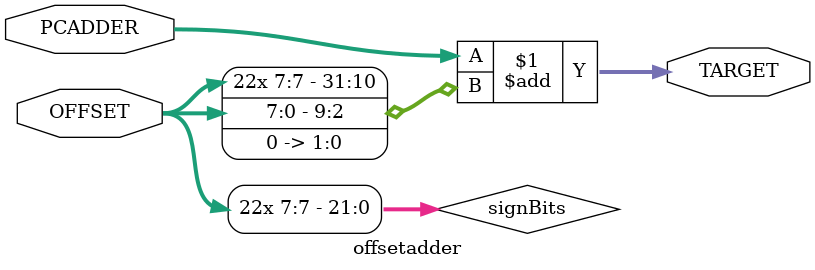
<source format=v>
module pcadder(PC, PCADDER);
    // Input port for the Program Counter
    input [31:0] PC;

    // Output port for the Program Counter with 4 added
    output [31:0] PCADDER;
    
    // Assigning the output PCADD with a delay of one time unit
    assign #1 PCADDER = PC + 4; 

endmodule


/* OFFSET Adder module to support jump and branch functions */
module offsetadder(PCADDER, OFFSET, TARGET);
    // Input port for the Program Counter
    input [31:0] PCADDER;
    // Input port for the Offset
    input [7:0] OFFSET;
    // Output port for the Target address
    output [31:0] TARGET;

    // Wire for storing sign extension bits
    wire [21:0] signBits;

    // Sign extension: extend the sign of OFFSET to 22 bits
    assign signBits = {22{OFFSET[7]}};

    // Calculate the target address by adding PCADD and OFFSET with a delay of two time units
    assign #2 TARGET = PCADDER + {signBits, OFFSET, 2'b0};

endmodule
</source>
